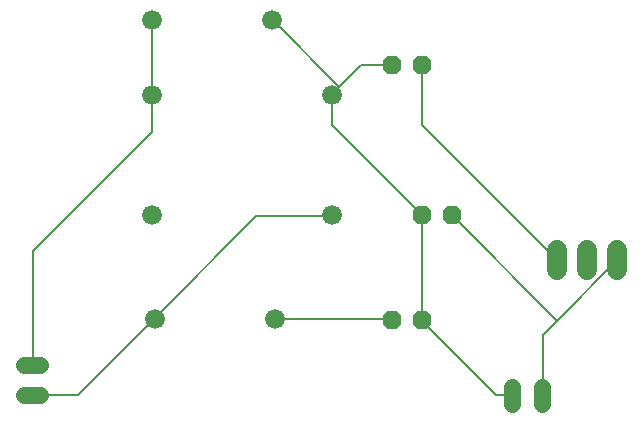
<source format=gbr>
G04 EAGLE Gerber RS-274X export*
G75*
%MOMM*%
%FSLAX34Y34*%
%LPD*%
%INTop Copper*%
%IPPOS*%
%AMOC8*
5,1,8,0,0,1.08239X$1,22.5*%
G01*
%ADD10C,1.422400*%
%ADD11P,1.732040X8X202.500000*%
%ADD12P,1.732040X8X22.500000*%
%ADD13C,1.676400*%
%ADD14C,1.676400*%
%ADD15C,0.152400*%


D10*
X520700Y18288D02*
X520700Y32512D01*
X495300Y32512D02*
X495300Y18288D01*
D11*
X419100Y304800D03*
X393700Y304800D03*
D12*
X393700Y88900D03*
X419100Y88900D03*
D11*
X444500Y177800D03*
X419100Y177800D03*
D13*
X190500Y279400D03*
X190500Y177800D03*
X193040Y90170D03*
X294640Y90170D03*
X342900Y279400D03*
X342900Y177800D03*
X292100Y342900D03*
X190500Y342900D03*
D10*
X96012Y25400D02*
X81788Y25400D01*
X81788Y50800D02*
X96012Y50800D01*
D14*
X533400Y131318D02*
X533400Y148082D01*
X558800Y148082D02*
X558800Y131318D01*
X584200Y131318D02*
X584200Y148082D01*
D15*
X89916Y147828D02*
X89916Y51816D01*
X89916Y147828D02*
X190500Y248412D01*
X190500Y279400D01*
X89916Y51816D02*
X88900Y50800D01*
X190500Y279400D02*
X190500Y342900D01*
X419100Y304800D02*
X419100Y254508D01*
X533400Y140208D01*
X533400Y139700D01*
X393192Y89916D02*
X295656Y89916D01*
X393192Y89916D02*
X393700Y88900D01*
X295656Y89916D02*
X294640Y90170D01*
X367284Y304800D02*
X393700Y304800D01*
X348996Y286512D02*
X342900Y280416D01*
X348996Y286512D02*
X367284Y304800D01*
X342900Y280416D02*
X342900Y279400D01*
X348996Y286512D02*
X292608Y342900D01*
X292100Y342900D01*
X481584Y25908D02*
X495300Y25908D01*
X481584Y25908D02*
X419100Y88392D01*
X495300Y25908D02*
X495300Y25400D01*
X419100Y88392D02*
X419100Y88900D01*
X419100Y177800D01*
X342900Y254508D02*
X342900Y279400D01*
X342900Y254508D02*
X419100Y178308D01*
X419100Y177800D01*
X128016Y25908D02*
X89916Y25908D01*
X128016Y25908D02*
X192024Y89916D01*
X89916Y25908D02*
X88900Y25400D01*
X192024Y89916D02*
X193040Y90170D01*
X278892Y176784D02*
X342900Y176784D01*
X278892Y176784D02*
X193548Y91440D01*
X342900Y176784D02*
X342900Y177800D01*
X193548Y91440D02*
X193040Y90170D01*
X521208Y76200D02*
X521208Y25908D01*
X533400Y88392D02*
X583692Y138684D01*
X533400Y88392D02*
X521208Y76200D01*
X521208Y25908D02*
X520700Y25400D01*
X583692Y138684D02*
X584200Y139700D01*
X533400Y88392D02*
X445008Y176784D01*
X444500Y177800D01*
M02*

</source>
